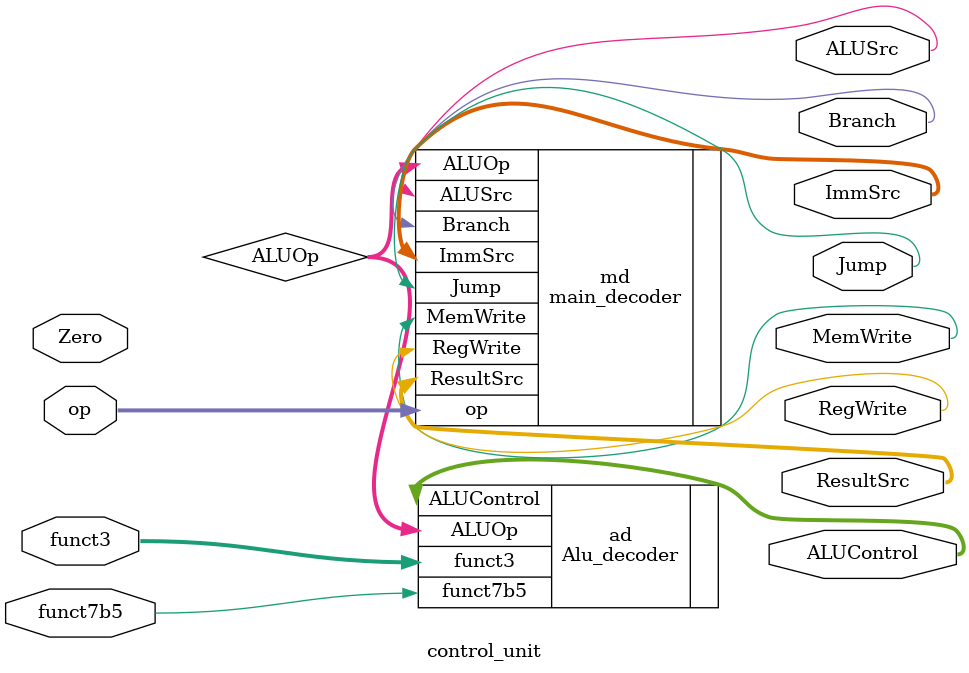
<source format=sv>
`timescale 1ns / 1ps

module control_unit(
    input  logic [6:0] op,        // Opcode from instruction
    input  logic       Zero,       // Zero flag from ALU (for branch decisions)
    input  logic [2:0] funct3,    // funct3 field from instruction
    input  logic       funct7b5,  // Bit 5 of funct7 field
    output logic       Branch,     // Branch control signal
    output logic       Jump,       // Jump control signal
    output logic [1:0] ResultSrc, // Result source selector (ALU / Memory / PC+4)
    output logic       MemWrite,   // Memory write enable
    output logic [1:0] ImmSrc,    // Immediate type selector
    output logic       RegWrite,   // Register write enable
    output logic       ALUSrc,     // ALU source select (register / immediate)
    output logic [2:0] ALUControl // ALU control signals
);

    // Intermediate ALUOp signals from main decoder to ALU decoder
    logic [1:0] ALUOp;

    // Instantiate ALU decoder to generate ALUControl signals
    Alu_decoder ad(
    .funct3(funct3),
    .funct7b5(funct7b5),
    .ALUOp(ALUOp),
    .ALUControl(ALUControl)
    );

    // Instantiate main decoder to generate primary control signals
    main_decoder md(
        .op(op),
        .RegWrite(RegWrite),
        .ResultSrc(ResultSrc),
        .ALUOp(ALUOp),
        .ImmSrc(ImmSrc),
        .ALUSrc(ALUSrc),
        .MemWrite(MemWrite),
        .Jump(Jump),
        .Branch(Branch)
    );

endmodule

</source>
